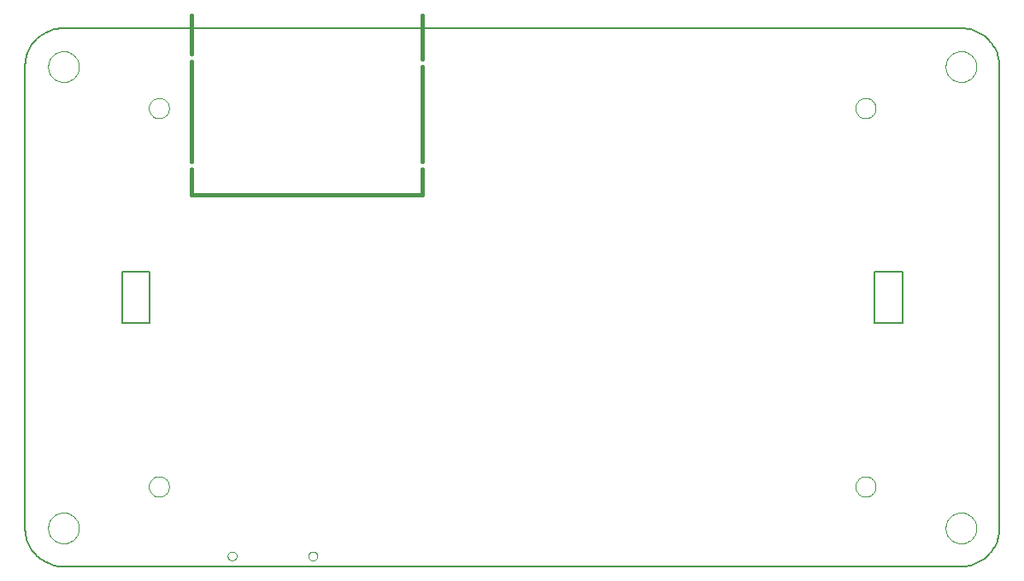
<source format=gko>
G75*
%MOIN*%
%OFA0B0*%
%FSLAX24Y24*%
%IPPOS*%
%LPD*%
%AMOC8*
5,1,8,0,0,1.08239X$1,22.5*
%
%ADD10C,0.0050*%
%ADD11C,0.0160*%
%ADD12C,0.0000*%
D10*
X016260Y007643D02*
X016260Y025643D01*
X016262Y025719D01*
X016268Y025795D01*
X016277Y025870D01*
X016291Y025945D01*
X016308Y026019D01*
X016329Y026092D01*
X016353Y026164D01*
X016382Y026235D01*
X016413Y026304D01*
X016448Y026371D01*
X016487Y026436D01*
X016529Y026500D01*
X016574Y026561D01*
X016622Y026620D01*
X016673Y026676D01*
X016727Y026730D01*
X016783Y026781D01*
X016842Y026829D01*
X016903Y026874D01*
X016967Y026916D01*
X017032Y026955D01*
X017099Y026990D01*
X017168Y027021D01*
X017239Y027050D01*
X017311Y027074D01*
X017384Y027095D01*
X017458Y027112D01*
X017533Y027126D01*
X017608Y027135D01*
X017684Y027141D01*
X017760Y027143D01*
X052760Y027143D01*
X052836Y027141D01*
X052912Y027135D01*
X052987Y027126D01*
X053062Y027112D01*
X053136Y027095D01*
X053209Y027074D01*
X053281Y027050D01*
X053352Y027021D01*
X053421Y026990D01*
X053488Y026955D01*
X053553Y026916D01*
X053617Y026874D01*
X053678Y026829D01*
X053737Y026781D01*
X053793Y026730D01*
X053847Y026676D01*
X053898Y026620D01*
X053946Y026561D01*
X053991Y026500D01*
X054033Y026436D01*
X054072Y026371D01*
X054107Y026304D01*
X054138Y026235D01*
X054167Y026164D01*
X054191Y026092D01*
X054212Y026019D01*
X054229Y025945D01*
X054243Y025870D01*
X054252Y025795D01*
X054258Y025719D01*
X054260Y025643D01*
X054260Y007643D01*
X054258Y007567D01*
X054252Y007491D01*
X054243Y007416D01*
X054229Y007341D01*
X054212Y007267D01*
X054191Y007194D01*
X054167Y007122D01*
X054138Y007051D01*
X054107Y006982D01*
X054072Y006915D01*
X054033Y006850D01*
X053991Y006786D01*
X053946Y006725D01*
X053898Y006666D01*
X053847Y006610D01*
X053793Y006556D01*
X053737Y006505D01*
X053678Y006457D01*
X053617Y006412D01*
X053553Y006370D01*
X053488Y006331D01*
X053421Y006296D01*
X053352Y006265D01*
X053281Y006236D01*
X053209Y006212D01*
X053136Y006191D01*
X053062Y006174D01*
X052987Y006160D01*
X052912Y006151D01*
X052836Y006145D01*
X052760Y006143D01*
X017760Y006143D01*
X017684Y006145D01*
X017608Y006151D01*
X017533Y006160D01*
X017458Y006174D01*
X017384Y006191D01*
X017311Y006212D01*
X017239Y006236D01*
X017168Y006265D01*
X017099Y006296D01*
X017032Y006331D01*
X016967Y006370D01*
X016903Y006412D01*
X016842Y006457D01*
X016783Y006505D01*
X016727Y006556D01*
X016673Y006610D01*
X016622Y006666D01*
X016574Y006725D01*
X016529Y006786D01*
X016487Y006850D01*
X016448Y006915D01*
X016413Y006982D01*
X016382Y007051D01*
X016353Y007122D01*
X016329Y007194D01*
X016308Y007267D01*
X016291Y007341D01*
X016277Y007416D01*
X016268Y007491D01*
X016262Y007567D01*
X016260Y007643D01*
X020043Y015643D02*
X020043Y017643D01*
X021130Y017643D01*
X021130Y015643D01*
X020043Y015643D01*
X049389Y015643D02*
X049389Y017643D01*
X050476Y017643D01*
X050476Y015643D01*
X049389Y015643D01*
D11*
X031760Y020643D02*
X031760Y021643D01*
X031760Y021943D02*
X031760Y025643D01*
X031760Y025943D02*
X031760Y027643D01*
X022760Y027643D02*
X022760Y026143D01*
X022760Y025843D02*
X022760Y021943D01*
X022760Y021643D02*
X022760Y020643D01*
X031760Y020643D01*
D12*
X021086Y024025D02*
X021088Y024064D01*
X021094Y024103D01*
X021104Y024141D01*
X021117Y024178D01*
X021134Y024213D01*
X021154Y024247D01*
X021178Y024278D01*
X021205Y024307D01*
X021234Y024333D01*
X021266Y024356D01*
X021300Y024376D01*
X021336Y024392D01*
X021373Y024404D01*
X021412Y024413D01*
X021451Y024418D01*
X021490Y024419D01*
X021529Y024416D01*
X021568Y024409D01*
X021605Y024398D01*
X021642Y024384D01*
X021677Y024366D01*
X021710Y024345D01*
X021741Y024320D01*
X021769Y024293D01*
X021794Y024263D01*
X021816Y024230D01*
X021835Y024196D01*
X021850Y024160D01*
X021862Y024122D01*
X021870Y024084D01*
X021874Y024045D01*
X021874Y024005D01*
X021870Y023966D01*
X021862Y023928D01*
X021850Y023890D01*
X021835Y023854D01*
X021816Y023820D01*
X021794Y023787D01*
X021769Y023757D01*
X021741Y023730D01*
X021710Y023705D01*
X021677Y023684D01*
X021642Y023666D01*
X021605Y023652D01*
X021568Y023641D01*
X021529Y023634D01*
X021490Y023631D01*
X021451Y023632D01*
X021412Y023637D01*
X021373Y023646D01*
X021336Y023658D01*
X021300Y023674D01*
X021266Y023694D01*
X021234Y023717D01*
X021205Y023743D01*
X021178Y023772D01*
X021154Y023803D01*
X021134Y023837D01*
X021117Y023872D01*
X021104Y023909D01*
X021094Y023947D01*
X021088Y023986D01*
X021086Y024025D01*
X017160Y025643D02*
X017162Y025692D01*
X017168Y025740D01*
X017178Y025788D01*
X017192Y025835D01*
X017209Y025881D01*
X017230Y025925D01*
X017255Y025967D01*
X017283Y026007D01*
X017315Y026045D01*
X017349Y026080D01*
X017386Y026112D01*
X017425Y026141D01*
X017467Y026167D01*
X017511Y026189D01*
X017556Y026207D01*
X017603Y026222D01*
X017650Y026233D01*
X017699Y026240D01*
X017748Y026243D01*
X017797Y026242D01*
X017845Y026237D01*
X017894Y026228D01*
X017941Y026215D01*
X017987Y026198D01*
X018031Y026178D01*
X018074Y026154D01*
X018115Y026127D01*
X018153Y026096D01*
X018189Y026063D01*
X018221Y026027D01*
X018251Y025988D01*
X018278Y025947D01*
X018301Y025903D01*
X018320Y025858D01*
X018336Y025812D01*
X018348Y025765D01*
X018356Y025716D01*
X018360Y025667D01*
X018360Y025619D01*
X018356Y025570D01*
X018348Y025521D01*
X018336Y025474D01*
X018320Y025428D01*
X018301Y025383D01*
X018278Y025339D01*
X018251Y025298D01*
X018221Y025259D01*
X018189Y025223D01*
X018153Y025190D01*
X018115Y025159D01*
X018074Y025132D01*
X018031Y025108D01*
X017987Y025088D01*
X017941Y025071D01*
X017894Y025058D01*
X017845Y025049D01*
X017797Y025044D01*
X017748Y025043D01*
X017699Y025046D01*
X017650Y025053D01*
X017603Y025064D01*
X017556Y025079D01*
X017511Y025097D01*
X017467Y025119D01*
X017425Y025145D01*
X017386Y025174D01*
X017349Y025206D01*
X017315Y025241D01*
X017283Y025279D01*
X017255Y025319D01*
X017230Y025361D01*
X017209Y025405D01*
X017192Y025451D01*
X017178Y025498D01*
X017168Y025546D01*
X017162Y025594D01*
X017160Y025643D01*
X021086Y009261D02*
X021088Y009300D01*
X021094Y009339D01*
X021104Y009377D01*
X021117Y009414D01*
X021134Y009449D01*
X021154Y009483D01*
X021178Y009514D01*
X021205Y009543D01*
X021234Y009569D01*
X021266Y009592D01*
X021300Y009612D01*
X021336Y009628D01*
X021373Y009640D01*
X021412Y009649D01*
X021451Y009654D01*
X021490Y009655D01*
X021529Y009652D01*
X021568Y009645D01*
X021605Y009634D01*
X021642Y009620D01*
X021677Y009602D01*
X021710Y009581D01*
X021741Y009556D01*
X021769Y009529D01*
X021794Y009499D01*
X021816Y009466D01*
X021835Y009432D01*
X021850Y009396D01*
X021862Y009358D01*
X021870Y009320D01*
X021874Y009281D01*
X021874Y009241D01*
X021870Y009202D01*
X021862Y009164D01*
X021850Y009126D01*
X021835Y009090D01*
X021816Y009056D01*
X021794Y009023D01*
X021769Y008993D01*
X021741Y008966D01*
X021710Y008941D01*
X021677Y008920D01*
X021642Y008902D01*
X021605Y008888D01*
X021568Y008877D01*
X021529Y008870D01*
X021490Y008867D01*
X021451Y008868D01*
X021412Y008873D01*
X021373Y008882D01*
X021336Y008894D01*
X021300Y008910D01*
X021266Y008930D01*
X021234Y008953D01*
X021205Y008979D01*
X021178Y009008D01*
X021154Y009039D01*
X021134Y009073D01*
X021117Y009108D01*
X021104Y009145D01*
X021094Y009183D01*
X021088Y009222D01*
X021086Y009261D01*
X017160Y007643D02*
X017162Y007692D01*
X017168Y007740D01*
X017178Y007788D01*
X017192Y007835D01*
X017209Y007881D01*
X017230Y007925D01*
X017255Y007967D01*
X017283Y008007D01*
X017315Y008045D01*
X017349Y008080D01*
X017386Y008112D01*
X017425Y008141D01*
X017467Y008167D01*
X017511Y008189D01*
X017556Y008207D01*
X017603Y008222D01*
X017650Y008233D01*
X017699Y008240D01*
X017748Y008243D01*
X017797Y008242D01*
X017845Y008237D01*
X017894Y008228D01*
X017941Y008215D01*
X017987Y008198D01*
X018031Y008178D01*
X018074Y008154D01*
X018115Y008127D01*
X018153Y008096D01*
X018189Y008063D01*
X018221Y008027D01*
X018251Y007988D01*
X018278Y007947D01*
X018301Y007903D01*
X018320Y007858D01*
X018336Y007812D01*
X018348Y007765D01*
X018356Y007716D01*
X018360Y007667D01*
X018360Y007619D01*
X018356Y007570D01*
X018348Y007521D01*
X018336Y007474D01*
X018320Y007428D01*
X018301Y007383D01*
X018278Y007339D01*
X018251Y007298D01*
X018221Y007259D01*
X018189Y007223D01*
X018153Y007190D01*
X018115Y007159D01*
X018074Y007132D01*
X018031Y007108D01*
X017987Y007088D01*
X017941Y007071D01*
X017894Y007058D01*
X017845Y007049D01*
X017797Y007044D01*
X017748Y007043D01*
X017699Y007046D01*
X017650Y007053D01*
X017603Y007064D01*
X017556Y007079D01*
X017511Y007097D01*
X017467Y007119D01*
X017425Y007145D01*
X017386Y007174D01*
X017349Y007206D01*
X017315Y007241D01*
X017283Y007279D01*
X017255Y007319D01*
X017230Y007361D01*
X017209Y007405D01*
X017192Y007451D01*
X017178Y007498D01*
X017168Y007546D01*
X017162Y007594D01*
X017160Y007643D01*
X024161Y006552D02*
X024163Y006578D01*
X024169Y006604D01*
X024178Y006628D01*
X024191Y006651D01*
X024208Y006671D01*
X024227Y006689D01*
X024249Y006704D01*
X024272Y006715D01*
X024297Y006723D01*
X024323Y006727D01*
X024349Y006727D01*
X024375Y006723D01*
X024400Y006715D01*
X024424Y006704D01*
X024445Y006689D01*
X024464Y006671D01*
X024481Y006651D01*
X024494Y006628D01*
X024503Y006604D01*
X024509Y006578D01*
X024511Y006552D01*
X024509Y006526D01*
X024503Y006500D01*
X024494Y006476D01*
X024481Y006453D01*
X024464Y006433D01*
X024445Y006415D01*
X024423Y006400D01*
X024400Y006389D01*
X024375Y006381D01*
X024349Y006377D01*
X024323Y006377D01*
X024297Y006381D01*
X024272Y006389D01*
X024248Y006400D01*
X024227Y006415D01*
X024208Y006433D01*
X024191Y006453D01*
X024178Y006476D01*
X024169Y006500D01*
X024163Y006526D01*
X024161Y006552D01*
X027310Y006552D02*
X027312Y006578D01*
X027318Y006604D01*
X027327Y006628D01*
X027340Y006651D01*
X027357Y006671D01*
X027376Y006689D01*
X027398Y006704D01*
X027421Y006715D01*
X027446Y006723D01*
X027472Y006727D01*
X027498Y006727D01*
X027524Y006723D01*
X027549Y006715D01*
X027573Y006704D01*
X027594Y006689D01*
X027613Y006671D01*
X027630Y006651D01*
X027643Y006628D01*
X027652Y006604D01*
X027658Y006578D01*
X027660Y006552D01*
X027658Y006526D01*
X027652Y006500D01*
X027643Y006476D01*
X027630Y006453D01*
X027613Y006433D01*
X027594Y006415D01*
X027572Y006400D01*
X027549Y006389D01*
X027524Y006381D01*
X027498Y006377D01*
X027472Y006377D01*
X027446Y006381D01*
X027421Y006389D01*
X027397Y006400D01*
X027376Y006415D01*
X027357Y006433D01*
X027340Y006453D01*
X027327Y006476D01*
X027318Y006500D01*
X027312Y006526D01*
X027310Y006552D01*
X048645Y009261D02*
X048647Y009300D01*
X048653Y009339D01*
X048663Y009377D01*
X048676Y009414D01*
X048693Y009449D01*
X048713Y009483D01*
X048737Y009514D01*
X048764Y009543D01*
X048793Y009569D01*
X048825Y009592D01*
X048859Y009612D01*
X048895Y009628D01*
X048932Y009640D01*
X048971Y009649D01*
X049010Y009654D01*
X049049Y009655D01*
X049088Y009652D01*
X049127Y009645D01*
X049164Y009634D01*
X049201Y009620D01*
X049236Y009602D01*
X049269Y009581D01*
X049300Y009556D01*
X049328Y009529D01*
X049353Y009499D01*
X049375Y009466D01*
X049394Y009432D01*
X049409Y009396D01*
X049421Y009358D01*
X049429Y009320D01*
X049433Y009281D01*
X049433Y009241D01*
X049429Y009202D01*
X049421Y009164D01*
X049409Y009126D01*
X049394Y009090D01*
X049375Y009056D01*
X049353Y009023D01*
X049328Y008993D01*
X049300Y008966D01*
X049269Y008941D01*
X049236Y008920D01*
X049201Y008902D01*
X049164Y008888D01*
X049127Y008877D01*
X049088Y008870D01*
X049049Y008867D01*
X049010Y008868D01*
X048971Y008873D01*
X048932Y008882D01*
X048895Y008894D01*
X048859Y008910D01*
X048825Y008930D01*
X048793Y008953D01*
X048764Y008979D01*
X048737Y009008D01*
X048713Y009039D01*
X048693Y009073D01*
X048676Y009108D01*
X048663Y009145D01*
X048653Y009183D01*
X048647Y009222D01*
X048645Y009261D01*
X052160Y007643D02*
X052162Y007692D01*
X052168Y007740D01*
X052178Y007788D01*
X052192Y007835D01*
X052209Y007881D01*
X052230Y007925D01*
X052255Y007967D01*
X052283Y008007D01*
X052315Y008045D01*
X052349Y008080D01*
X052386Y008112D01*
X052425Y008141D01*
X052467Y008167D01*
X052511Y008189D01*
X052556Y008207D01*
X052603Y008222D01*
X052650Y008233D01*
X052699Y008240D01*
X052748Y008243D01*
X052797Y008242D01*
X052845Y008237D01*
X052894Y008228D01*
X052941Y008215D01*
X052987Y008198D01*
X053031Y008178D01*
X053074Y008154D01*
X053115Y008127D01*
X053153Y008096D01*
X053189Y008063D01*
X053221Y008027D01*
X053251Y007988D01*
X053278Y007947D01*
X053301Y007903D01*
X053320Y007858D01*
X053336Y007812D01*
X053348Y007765D01*
X053356Y007716D01*
X053360Y007667D01*
X053360Y007619D01*
X053356Y007570D01*
X053348Y007521D01*
X053336Y007474D01*
X053320Y007428D01*
X053301Y007383D01*
X053278Y007339D01*
X053251Y007298D01*
X053221Y007259D01*
X053189Y007223D01*
X053153Y007190D01*
X053115Y007159D01*
X053074Y007132D01*
X053031Y007108D01*
X052987Y007088D01*
X052941Y007071D01*
X052894Y007058D01*
X052845Y007049D01*
X052797Y007044D01*
X052748Y007043D01*
X052699Y007046D01*
X052650Y007053D01*
X052603Y007064D01*
X052556Y007079D01*
X052511Y007097D01*
X052467Y007119D01*
X052425Y007145D01*
X052386Y007174D01*
X052349Y007206D01*
X052315Y007241D01*
X052283Y007279D01*
X052255Y007319D01*
X052230Y007361D01*
X052209Y007405D01*
X052192Y007451D01*
X052178Y007498D01*
X052168Y007546D01*
X052162Y007594D01*
X052160Y007643D01*
X048645Y024025D02*
X048647Y024064D01*
X048653Y024103D01*
X048663Y024141D01*
X048676Y024178D01*
X048693Y024213D01*
X048713Y024247D01*
X048737Y024278D01*
X048764Y024307D01*
X048793Y024333D01*
X048825Y024356D01*
X048859Y024376D01*
X048895Y024392D01*
X048932Y024404D01*
X048971Y024413D01*
X049010Y024418D01*
X049049Y024419D01*
X049088Y024416D01*
X049127Y024409D01*
X049164Y024398D01*
X049201Y024384D01*
X049236Y024366D01*
X049269Y024345D01*
X049300Y024320D01*
X049328Y024293D01*
X049353Y024263D01*
X049375Y024230D01*
X049394Y024196D01*
X049409Y024160D01*
X049421Y024122D01*
X049429Y024084D01*
X049433Y024045D01*
X049433Y024005D01*
X049429Y023966D01*
X049421Y023928D01*
X049409Y023890D01*
X049394Y023854D01*
X049375Y023820D01*
X049353Y023787D01*
X049328Y023757D01*
X049300Y023730D01*
X049269Y023705D01*
X049236Y023684D01*
X049201Y023666D01*
X049164Y023652D01*
X049127Y023641D01*
X049088Y023634D01*
X049049Y023631D01*
X049010Y023632D01*
X048971Y023637D01*
X048932Y023646D01*
X048895Y023658D01*
X048859Y023674D01*
X048825Y023694D01*
X048793Y023717D01*
X048764Y023743D01*
X048737Y023772D01*
X048713Y023803D01*
X048693Y023837D01*
X048676Y023872D01*
X048663Y023909D01*
X048653Y023947D01*
X048647Y023986D01*
X048645Y024025D01*
X052160Y025643D02*
X052162Y025692D01*
X052168Y025740D01*
X052178Y025788D01*
X052192Y025835D01*
X052209Y025881D01*
X052230Y025925D01*
X052255Y025967D01*
X052283Y026007D01*
X052315Y026045D01*
X052349Y026080D01*
X052386Y026112D01*
X052425Y026141D01*
X052467Y026167D01*
X052511Y026189D01*
X052556Y026207D01*
X052603Y026222D01*
X052650Y026233D01*
X052699Y026240D01*
X052748Y026243D01*
X052797Y026242D01*
X052845Y026237D01*
X052894Y026228D01*
X052941Y026215D01*
X052987Y026198D01*
X053031Y026178D01*
X053074Y026154D01*
X053115Y026127D01*
X053153Y026096D01*
X053189Y026063D01*
X053221Y026027D01*
X053251Y025988D01*
X053278Y025947D01*
X053301Y025903D01*
X053320Y025858D01*
X053336Y025812D01*
X053348Y025765D01*
X053356Y025716D01*
X053360Y025667D01*
X053360Y025619D01*
X053356Y025570D01*
X053348Y025521D01*
X053336Y025474D01*
X053320Y025428D01*
X053301Y025383D01*
X053278Y025339D01*
X053251Y025298D01*
X053221Y025259D01*
X053189Y025223D01*
X053153Y025190D01*
X053115Y025159D01*
X053074Y025132D01*
X053031Y025108D01*
X052987Y025088D01*
X052941Y025071D01*
X052894Y025058D01*
X052845Y025049D01*
X052797Y025044D01*
X052748Y025043D01*
X052699Y025046D01*
X052650Y025053D01*
X052603Y025064D01*
X052556Y025079D01*
X052511Y025097D01*
X052467Y025119D01*
X052425Y025145D01*
X052386Y025174D01*
X052349Y025206D01*
X052315Y025241D01*
X052283Y025279D01*
X052255Y025319D01*
X052230Y025361D01*
X052209Y025405D01*
X052192Y025451D01*
X052178Y025498D01*
X052168Y025546D01*
X052162Y025594D01*
X052160Y025643D01*
M02*

</source>
